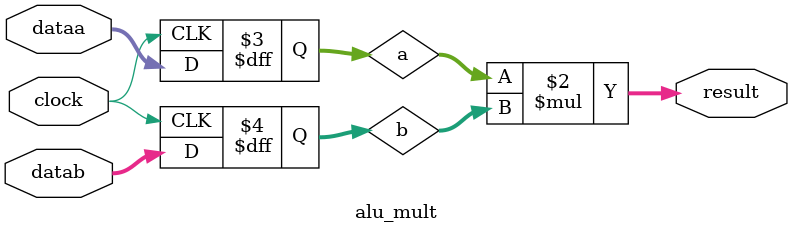
<source format=v>
module alu_mult(
    input clock,
    input signed [16:0] dataa,
    input signed [16:0] datab,
    output signed [33:0] result
);

reg signed [16:0] a;
reg signed [16:0] b;

always @(posedge clock) begin
    a <= dataa;
    b <= datab;
end

assign result = a * b;

endmodule // alu_mult

</source>
